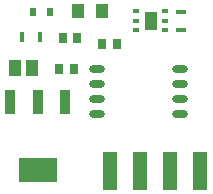
<source format=gtp>
G04*
G04 #@! TF.GenerationSoftware,Altium Limited,Altium Designer,20.1.14 (287)*
G04*
G04 Layer_Color=8421504*
%FSLAX25Y25*%
%MOIN*%
G70*
G04*
G04 #@! TF.SameCoordinates,09F66941-CC2D-4279-A4A5-F80E71D954FF*
G04*
G04*
G04 #@! TF.FilePolarity,Positive*
G04*
G01*
G75*
%ADD16R,0.05000X0.12520*%
%ADD17R,0.02362X0.03150*%
%ADD18R,0.03347X0.01772*%
%ADD19O,0.05315X0.02362*%
%ADD20R,0.04134X0.05906*%
%ADD21R,0.02165X0.01575*%
%ADD22R,0.02756X0.03347*%
%ADD23R,0.04134X0.05315*%
%ADD24R,0.03543X0.08268*%
%ADD25R,0.12598X0.08268*%
%ADD26R,0.04331X0.04724*%
%ADD27R,0.01772X0.03347*%
%ADD28R,0.02953X0.03347*%
D16*
X260600Y395869D02*
D03*
X270600D02*
D03*
X280600D02*
D03*
X290600D02*
D03*
D17*
X234791Y448700D02*
D03*
X240500D02*
D03*
D18*
X284100Y448753D02*
D03*
Y442847D02*
D03*
D19*
X256144Y429700D02*
D03*
Y424700D02*
D03*
Y419700D02*
D03*
Y414700D02*
D03*
X283900Y429700D02*
D03*
Y424700D02*
D03*
Y419700D02*
D03*
Y414700D02*
D03*
D20*
X274200Y445828D02*
D03*
D21*
X269377Y442678D02*
D03*
Y445828D02*
D03*
Y448978D02*
D03*
X279023Y442678D02*
D03*
Y445828D02*
D03*
Y448978D02*
D03*
D22*
X249661Y440100D02*
D03*
X244739D02*
D03*
X248421Y429700D02*
D03*
X243500D02*
D03*
D23*
X228800Y430000D02*
D03*
X234706D02*
D03*
D24*
X245455Y418621D02*
D03*
X236400D02*
D03*
X227345D02*
D03*
D25*
X236400Y396180D02*
D03*
D26*
X249735Y448900D02*
D03*
X258002D02*
D03*
D27*
X237100Y440300D02*
D03*
X231194D02*
D03*
D28*
X263000Y438200D02*
D03*
X257882D02*
D03*
M02*

</source>
